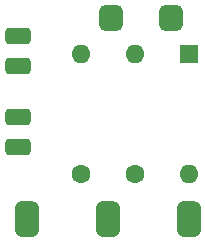
<source format=gbr>
%TF.GenerationSoftware,KiCad,Pcbnew,7.0.9*%
%TF.CreationDate,2025-02-23T20:23:03+01:00*%
%TF.ProjectId,filament-jar,66696c61-6d65-46e7-942d-6a61722e6b69,rev?*%
%TF.SameCoordinates,Original*%
%TF.FileFunction,Soldermask,Top*%
%TF.FilePolarity,Negative*%
%FSLAX46Y46*%
G04 Gerber Fmt 4.6, Leading zero omitted, Abs format (unit mm)*
G04 Created by KiCad (PCBNEW 7.0.9) date 2025-02-23 20:23:03*
%MOMM*%
%LPD*%
G01*
G04 APERTURE LIST*
G04 Aperture macros list*
%AMRoundRect*
0 Rectangle with rounded corners*
0 $1 Rounding radius*
0 $2 $3 $4 $5 $6 $7 $8 $9 X,Y pos of 4 corners*
0 Add a 4 corners polygon primitive as box body*
4,1,4,$2,$3,$4,$5,$6,$7,$8,$9,$2,$3,0*
0 Add four circle primitives for the rounded corners*
1,1,$1+$1,$2,$3*
1,1,$1+$1,$4,$5*
1,1,$1+$1,$6,$7*
1,1,$1+$1,$8,$9*
0 Add four rect primitives between the rounded corners*
20,1,$1+$1,$2,$3,$4,$5,0*
20,1,$1+$1,$4,$5,$6,$7,0*
20,1,$1+$1,$6,$7,$8,$9,0*
20,1,$1+$1,$8,$9,$2,$3,0*%
G04 Aperture macros list end*
%ADD10RoundRect,0.500000X-0.500000X-1.000000X0.500000X-1.000000X0.500000X1.000000X-0.500000X1.000000X0*%
%ADD11RoundRect,0.350000X0.750000X-0.350000X0.750000X0.350000X-0.750000X0.350000X-0.750000X-0.350000X0*%
%ADD12C,1.600000*%
%ADD13O,1.600000X1.600000*%
%ADD14RoundRect,0.500000X-0.500000X-0.600000X0.500000X-0.600000X0.500000X0.600000X-0.500000X0.600000X0*%
%ADD15R,1.600000X1.600000*%
G04 APERTURE END LIST*
D10*
%TO.C,*%
X108204000Y-78994000D03*
%TD*%
%TO.C,*%
X101346000Y-78994000D03*
%TD*%
D11*
%TO.C,*%
X93726000Y-70358000D03*
%TD*%
%TO.C,*%
X93726000Y-72898000D03*
%TD*%
D12*
%TO.C,REF\u002A\u002A*%
X99060000Y-75184000D03*
D13*
X99060000Y-65024000D03*
%TD*%
D14*
%TO.C,*%
X101600000Y-61976000D03*
%TD*%
D15*
%TO.C,REF\u002A\u002A*%
X108204000Y-65024000D03*
D13*
X108204000Y-75184000D03*
%TD*%
D12*
%TO.C,REF\u002A\u002A*%
X103632000Y-75184000D03*
D13*
X103632000Y-65024000D03*
%TD*%
D11*
%TO.C,*%
X93726000Y-66040000D03*
%TD*%
%TO.C,*%
X93726000Y-63500000D03*
%TD*%
D10*
%TO.C,*%
X94488000Y-78994000D03*
%TD*%
D14*
%TO.C,*%
X106680000Y-61976000D03*
%TD*%
M02*

</source>
